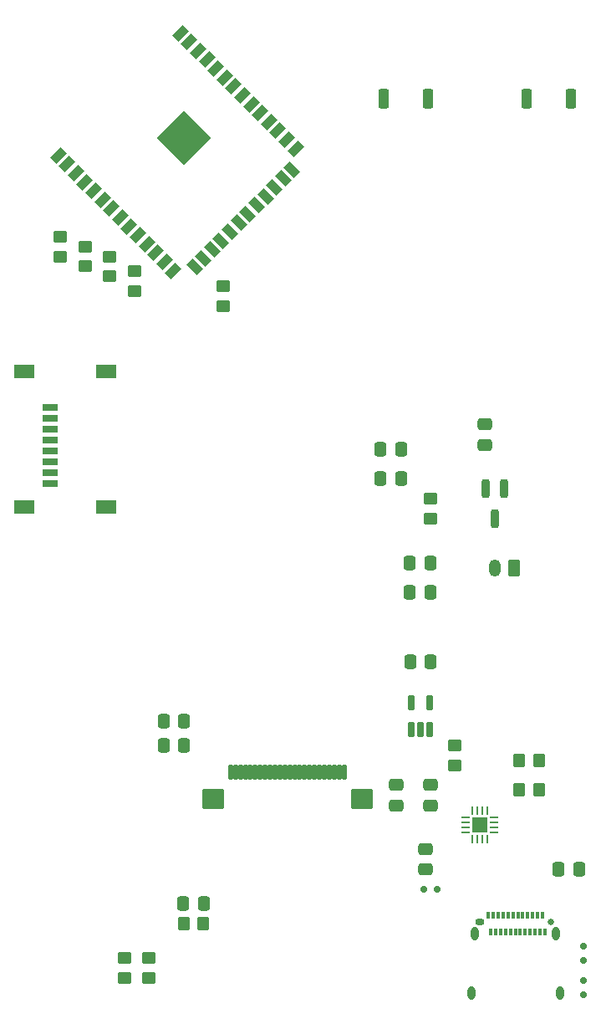
<source format=gbr>
%TF.GenerationSoftware,KiCad,Pcbnew,9.0.6*%
%TF.CreationDate,2025-11-23T22:18:39-05:00*%
%TF.ProjectId,EPD_HUB_ESP32,4550445f-4855-4425-9f45-535033322e6b,rev?*%
%TF.SameCoordinates,Original*%
%TF.FileFunction,Soldermask,Bot*%
%TF.FilePolarity,Negative*%
%FSLAX46Y46*%
G04 Gerber Fmt 4.6, Leading zero omitted, Abs format (unit mm)*
G04 Created by KiCad (PCBNEW 9.0.6) date 2025-11-23 22:18:39*
%MOMM*%
%LPD*%
G01*
G04 APERTURE LIST*
G04 Aperture macros list*
%AMRoundRect*
0 Rectangle with rounded corners*
0 $1 Rounding radius*
0 $2 $3 $4 $5 $6 $7 $8 $9 X,Y pos of 4 corners*
0 Add a 4 corners polygon primitive as box body*
4,1,4,$2,$3,$4,$5,$6,$7,$8,$9,$2,$3,0*
0 Add four circle primitives for the rounded corners*
1,1,$1+$1,$2,$3*
1,1,$1+$1,$4,$5*
1,1,$1+$1,$6,$7*
1,1,$1+$1,$8,$9*
0 Add four rect primitives between the rounded corners*
20,1,$1+$1,$2,$3,$4,$5,0*
20,1,$1+$1,$4,$5,$6,$7,0*
20,1,$1+$1,$6,$7,$8,$9,0*
20,1,$1+$1,$8,$9,$2,$3,0*%
%AMRotRect*
0 Rectangle, with rotation*
0 The origin of the aperture is its center*
0 $1 length*
0 $2 width*
0 $3 Rotation angle, in degrees counterclockwise*
0 Add horizontal line*
21,1,$1,$2,0,0,$3*%
G04 Aperture macros list end*
%ADD10C,0.600000*%
%ADD11RotRect,3.900000X3.900000X315.000000*%
%ADD12RotRect,1.500000X0.900000X225.000000*%
%ADD13RotRect,1.500000X0.900000X315.000000*%
%ADD14RotRect,1.500000X0.900000X45.000000*%
%ADD15R,1.500000X0.800000*%
%ADD16R,2.000000X1.450000*%
%ADD17RoundRect,0.150000X0.150000X0.200000X-0.150000X0.200000X-0.150000X-0.200000X0.150000X-0.200000X0*%
%ADD18RoundRect,0.250000X-0.475000X0.337500X-0.475000X-0.337500X0.475000X-0.337500X0.475000X0.337500X0*%
%ADD19O,1.200000X1.750000*%
%ADD20RoundRect,0.250000X0.350000X0.625000X-0.350000X0.625000X-0.350000X-0.625000X0.350000X-0.625000X0*%
%ADD21RoundRect,0.200000X-0.200000X0.750000X-0.200000X-0.750000X0.200000X-0.750000X0.200000X0.750000X0*%
%ADD22C,0.650000*%
%ADD23O,0.950000X0.650000*%
%ADD24R,0.300000X0.700000*%
%ADD25O,0.800000X1.400000*%
%ADD26RoundRect,0.102000X0.150000X0.650000X-0.150000X0.650000X-0.150000X-0.650000X0.150000X-0.650000X0*%
%ADD27RoundRect,0.102000X1.000000X0.900000X-1.000000X0.900000X-1.000000X-0.900000X1.000000X-0.900000X0*%
%ADD28R,1.600000X1.600000*%
%ADD29RoundRect,0.062500X0.062500X0.375000X-0.062500X0.375000X-0.062500X-0.375000X0.062500X-0.375000X0*%
%ADD30RoundRect,0.062500X0.375000X0.062500X-0.375000X0.062500X-0.375000X-0.062500X0.375000X-0.062500X0*%
%ADD31RoundRect,0.150000X0.200000X-0.150000X0.200000X0.150000X-0.200000X0.150000X-0.200000X-0.150000X0*%
%ADD32RoundRect,0.250000X0.337500X0.475000X-0.337500X0.475000X-0.337500X-0.475000X0.337500X-0.475000X0*%
%ADD33RoundRect,0.250000X0.450000X-0.350000X0.450000X0.350000X-0.450000X0.350000X-0.450000X-0.350000X0*%
%ADD34RoundRect,0.250000X-0.450000X0.350000X-0.450000X-0.350000X0.450000X-0.350000X0.450000X0.350000X0*%
%ADD35RoundRect,0.250000X0.475000X-0.337500X0.475000X0.337500X-0.475000X0.337500X-0.475000X-0.337500X0*%
%ADD36RoundRect,0.250000X-0.350000X-0.450000X0.350000X-0.450000X0.350000X0.450000X-0.350000X0.450000X0*%
%ADD37RoundRect,0.250000X-0.337500X-0.475000X0.337500X-0.475000X0.337500X0.475000X-0.337500X0.475000X0*%
%ADD38RoundRect,0.162500X0.162500X-0.617500X0.162500X0.617500X-0.162500X0.617500X-0.162500X-0.617500X0*%
%ADD39RoundRect,0.250000X-0.275000X-0.750000X0.275000X-0.750000X0.275000X0.750000X-0.275000X0.750000X0*%
%ADD40RoundRect,0.250000X0.275000X0.750000X-0.275000X0.750000X-0.275000X-0.750000X0.275000X-0.750000X0*%
G04 APERTURE END LIST*
D10*
%TO.C,U4*%
X126953916Y-62474873D03*
X127943865Y-63464823D03*
X126953916Y-61484924D03*
X127943865Y-62474873D03*
X128933815Y-63464823D03*
X127943865Y-61484924D03*
D11*
X128438840Y-61979899D03*
D10*
X128933815Y-62474873D03*
X127943865Y-60494974D03*
X128933815Y-61484924D03*
X129923764Y-62474873D03*
X128933815Y-60494974D03*
X129923764Y-61484924D03*
D12*
X115732131Y-63768879D03*
X116630157Y-64666904D03*
X117528182Y-65564930D03*
X118426208Y-66462956D03*
X119324233Y-67360981D03*
X120222259Y-68259007D03*
X121120285Y-69157032D03*
X122018310Y-70055058D03*
X122916336Y-70953084D03*
X123814362Y-71851109D03*
X124712387Y-72749135D03*
X125610413Y-73647160D03*
X126508438Y-74545186D03*
X127406464Y-75443212D03*
D13*
X129538391Y-75079052D03*
X130436417Y-74181026D03*
X131334442Y-73283000D03*
X132232468Y-72384975D03*
X133130493Y-71486949D03*
X134028519Y-70588924D03*
X134926545Y-69690898D03*
X135824570Y-68792872D03*
X136722596Y-67894847D03*
X137620621Y-66996821D03*
X138518647Y-66098796D03*
X139416673Y-65200770D03*
D14*
X139780833Y-63068843D03*
D12*
X138882807Y-62170817D03*
X137984781Y-61272792D03*
X137086756Y-60374766D03*
X136188730Y-59476741D03*
X135290705Y-58578715D03*
X134392679Y-57680689D03*
X133494653Y-56782664D03*
X132596628Y-55884638D03*
X131698602Y-54986612D03*
X130800577Y-54088587D03*
X129902551Y-53190561D03*
X129004525Y-52292536D03*
X128106500Y-51394510D03*
%TD*%
D15*
%TO.C,J7*%
X114888840Y-89300000D03*
X114888840Y-90400000D03*
X114888840Y-91500000D03*
X114888840Y-92600000D03*
X114888840Y-93700000D03*
X114888840Y-94800000D03*
X114888840Y-95900000D03*
X114888840Y-97000000D03*
D16*
X120588840Y-85625000D03*
X112288840Y-85625000D03*
X120588840Y-99375000D03*
X112288840Y-99375000D03*
%TD*%
D17*
%TO.C,D3*%
X152738840Y-138000000D03*
X154138840Y-138000000D03*
%TD*%
D18*
%TO.C,C2*%
X152938840Y-136037500D03*
X152938840Y-133962500D03*
%TD*%
D19*
%TO.C,J5*%
X159938840Y-105550000D03*
D20*
X161938840Y-105550000D03*
%TD*%
D21*
%TO.C,Q3*%
X159938840Y-100500000D03*
X160888840Y-97500000D03*
X158988840Y-97500000D03*
%TD*%
D22*
%TO.C,J1*%
X165639840Y-141300000D03*
D23*
X158439840Y-141300000D03*
D24*
X164789840Y-140640000D03*
X164289840Y-140640000D03*
X163789840Y-140640000D03*
X163289840Y-140640000D03*
X162789840Y-140640000D03*
X162289840Y-140640000D03*
X161789840Y-140640000D03*
X161289840Y-140640000D03*
X160789840Y-140640000D03*
X160289840Y-140640000D03*
X159789840Y-140640000D03*
X159289840Y-140640000D03*
X159539840Y-142340000D03*
X160039840Y-142340000D03*
X160539840Y-142340000D03*
X161039840Y-142340000D03*
X161539840Y-142340000D03*
X162039840Y-142340000D03*
X162539840Y-142340000D03*
X163039840Y-142340000D03*
X163539840Y-142340000D03*
X164039840Y-142340000D03*
X164539840Y-142340000D03*
X165039840Y-142340000D03*
D25*
X166529840Y-148500000D03*
X166169840Y-142550000D03*
X157909840Y-142550000D03*
X157549840Y-148500000D03*
%TD*%
D26*
%TO.C,J3*%
X144688840Y-126150000D03*
X144188840Y-126150000D03*
X143688840Y-126150000D03*
X143188840Y-126150000D03*
X142688840Y-126150000D03*
X142188840Y-126150000D03*
X141688840Y-126150000D03*
X141188840Y-126150000D03*
X140688840Y-126150000D03*
X140188840Y-126150000D03*
X139688840Y-126150000D03*
X139188840Y-126150000D03*
X138688840Y-126150000D03*
X138188840Y-126150000D03*
X137688840Y-126150000D03*
X137188840Y-126150000D03*
X136688840Y-126150000D03*
X136188840Y-126150000D03*
X135688840Y-126150000D03*
X135188840Y-126150000D03*
X134688840Y-126150000D03*
X134188840Y-126150000D03*
X133688840Y-126150000D03*
X133188840Y-126150000D03*
D27*
X146488840Y-128900000D03*
X131388840Y-128900000D03*
%TD*%
D28*
%TO.C,U2*%
X158438840Y-131500000D03*
D29*
X159188840Y-130062500D03*
X158688840Y-130062500D03*
X158188840Y-130062500D03*
X157688840Y-130062500D03*
D30*
X157001340Y-130750000D03*
X157001340Y-131250000D03*
X157001340Y-131750000D03*
X157001340Y-132250000D03*
D29*
X157688840Y-132937500D03*
X158188840Y-132937500D03*
X158688840Y-132937500D03*
X159188840Y-132937500D03*
D30*
X159876340Y-132250000D03*
X159876340Y-131750000D03*
X159876340Y-131250000D03*
X159876340Y-130750000D03*
%TD*%
D31*
%TO.C,D1*%
X168938840Y-148700000D03*
X168938840Y-147300000D03*
%TD*%
%TO.C,D2*%
X168938840Y-145200000D03*
X168938840Y-143800000D03*
%TD*%
D32*
%TO.C,C37*%
X150476340Y-96500000D03*
X148401340Y-96500000D03*
%TD*%
%TO.C,C33*%
X153438840Y-108000000D03*
X151363840Y-108000000D03*
%TD*%
D33*
%TO.C,R4*%
X155938840Y-125500000D03*
X155938840Y-123500000D03*
%TD*%
D34*
%TO.C,R3*%
X124938840Y-145000000D03*
X124938840Y-147000000D03*
%TD*%
D35*
%TO.C,C22*%
X149938840Y-129537500D03*
X149938840Y-127462500D03*
%TD*%
D34*
%TO.C,R54*%
X123438840Y-75500000D03*
X123438840Y-77500000D03*
%TD*%
D36*
%TO.C,R5*%
X162438840Y-125000000D03*
X164438840Y-125000000D03*
%TD*%
D32*
%TO.C,C1*%
X130476340Y-139500000D03*
X128401340Y-139500000D03*
%TD*%
D34*
%TO.C,R55*%
X132438840Y-77000000D03*
X132438840Y-79000000D03*
%TD*%
D35*
%TO.C,C5*%
X158938840Y-93037500D03*
X158938840Y-90962500D03*
%TD*%
D32*
%TO.C,C6*%
X153476340Y-115000000D03*
X151401340Y-115000000D03*
%TD*%
D34*
%TO.C,R9*%
X118438840Y-73000000D03*
X118438840Y-75000000D03*
%TD*%
%TO.C,R53*%
X120938840Y-74000000D03*
X120938840Y-76000000D03*
%TD*%
D37*
%TO.C,C16*%
X126401340Y-123500000D03*
X128476340Y-123500000D03*
%TD*%
D32*
%TO.C,C36*%
X150476340Y-93490000D03*
X148401340Y-93490000D03*
%TD*%
D36*
%TO.C,R1*%
X128438840Y-141500000D03*
X130438840Y-141500000D03*
%TD*%
D38*
%TO.C,U3*%
X153388840Y-121850000D03*
X152438840Y-121850000D03*
X151488840Y-121850000D03*
X151488840Y-119150000D03*
X153388840Y-119150000D03*
%TD*%
D37*
%TO.C,C14*%
X126401340Y-121000000D03*
X128476340Y-121000000D03*
%TD*%
D33*
%TO.C,R7*%
X153438840Y-100500000D03*
X153438840Y-98500000D03*
%TD*%
D37*
%TO.C,C3*%
X166401340Y-136000000D03*
X168476340Y-136000000D03*
%TD*%
D18*
%TO.C,C4*%
X153438840Y-127462500D03*
X153438840Y-129537500D03*
%TD*%
D34*
%TO.C,R8*%
X115938840Y-72000000D03*
X115938840Y-74000000D03*
%TD*%
D32*
%TO.C,C32*%
X153438840Y-104990000D03*
X151363840Y-104990000D03*
%TD*%
D34*
%TO.C,R2*%
X122438840Y-145000000D03*
X122438840Y-147000000D03*
%TD*%
D36*
%TO.C,R6*%
X162438840Y-128000000D03*
X164438840Y-128000000D03*
%TD*%
D39*
%TO.C,SW12*%
X163213840Y-58000000D03*
X167663840Y-58000000D03*
%TD*%
D40*
%TO.C,SW6*%
X153163840Y-58000000D03*
X148713840Y-58000000D03*
%TD*%
M02*

</source>
